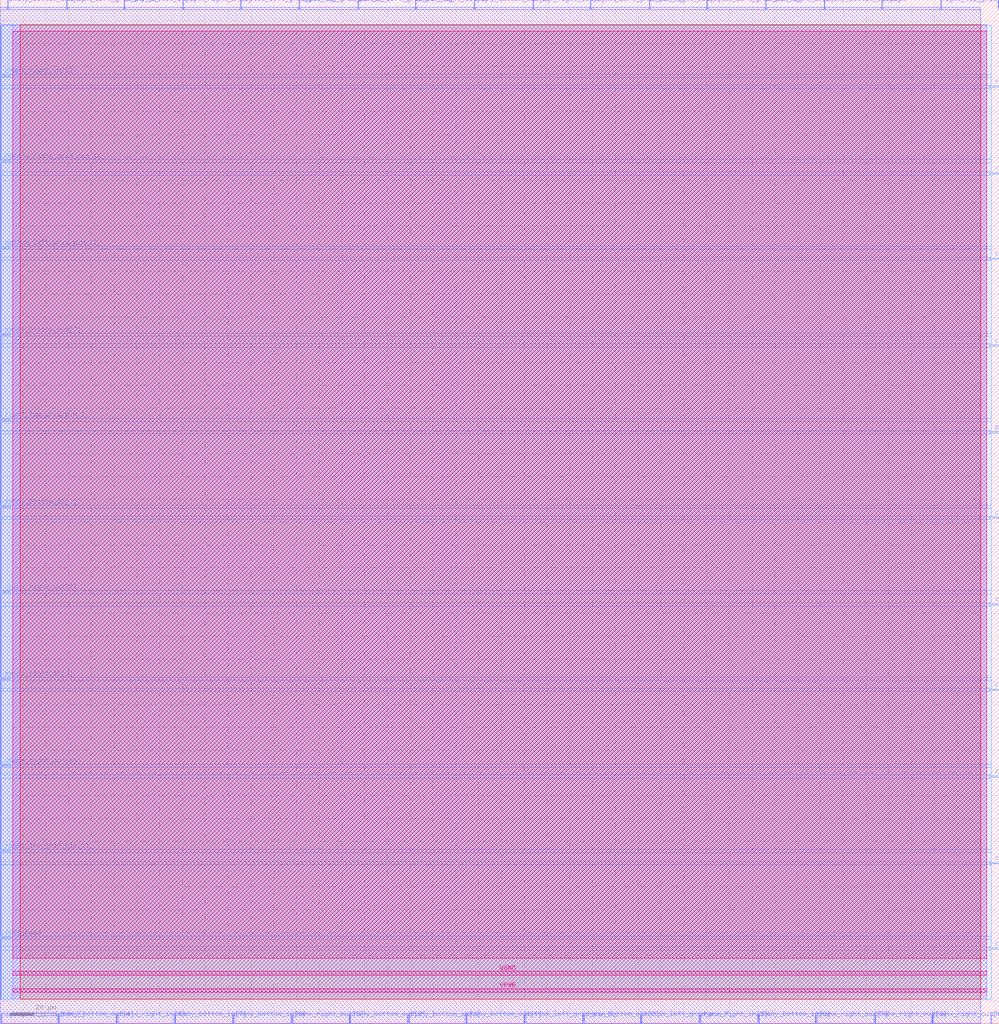
<source format=lef>
VERSION 5.7 ;
  NAMESCASESENSITIVE ON ;
  NOWIREEXTENSIONATPIN ON ;
  DIVIDERCHAR "/" ;
  BUSBITCHARS "[]" ;
UNITS
  DATABASE MICRONS 200 ;
END UNITS

MACRO sb_0__3_
  CLASS BLOCK ;
  FOREIGN sb_0__3_ ;
  ORIGIN 0.000 0.000 ;
  SIZE 438.445 BY 449.165 ;
  PIN bottom_left_grid_pin_11_
    DIRECTION INPUT ;
    PORT
      LAYER met3 ;
        RECT 0.000 340.040 4.000 340.640 ;
    END
  END bottom_left_grid_pin_11_
  PIN bottom_left_grid_pin_13_
    DIRECTION INPUT ;
    PORT
      LAYER met2 ;
        RECT 156.950 445.165 157.230 449.165 ;
    END
  END bottom_left_grid_pin_13_
  PIN bottom_left_grid_pin_15_
    DIRECTION INPUT ;
    PORT
      LAYER met2 ;
        RECT 105.430 445.165 105.710 449.165 ;
    END
  END bottom_left_grid_pin_15_
  PIN bottom_left_grid_pin_1_
    DIRECTION INPUT ;
    PORT
      LAYER met2 ;
        RECT 29.070 445.165 29.350 449.165 ;
    END
  END bottom_left_grid_pin_1_
  PIN bottom_left_grid_pin_3_
    DIRECTION INPUT ;
    PORT
      LAYER met2 ;
        RECT 310.130 445.165 310.410 449.165 ;
    END
  END bottom_left_grid_pin_3_
  PIN bottom_left_grid_pin_5_
    DIRECTION INPUT ;
    PORT
      LAYER met2 ;
        RECT 230.090 0.000 230.370 4.000 ;
    END
  END bottom_left_grid_pin_5_
  PIN bottom_left_grid_pin_7_
    DIRECTION INPUT ;
    PORT
      LAYER met2 ;
        RECT 281.150 0.000 281.430 4.000 ;
    END
  END bottom_left_grid_pin_7_
  PIN bottom_left_grid_pin_9_
    DIRECTION INPUT ;
    PORT
      LAYER met2 ;
        RECT 259.070 445.165 259.350 449.165 ;
    END
  END bottom_left_grid_pin_9_
  PIN bottom_right_grid_pin_11_
    DIRECTION INPUT ;
    PORT
      LAYER met3 ;
        RECT 0.000 378.120 4.000 378.720 ;
    END
  END bottom_right_grid_pin_11_
  PIN ccff_head
    DIRECTION INPUT ;
    PORT
      LAYER met3 ;
        RECT 0.000 37.440 4.000 38.040 ;
    END
  END ccff_head
  PIN ccff_tail
    DIRECTION OUTPUT TRISTATE ;
    PORT
      LAYER met3 ;
        RECT 434.445 183.640 438.445 184.240 ;
    END
  END ccff_tail
  PIN chanx_right_in[0]
    DIRECTION INPUT ;
    PORT
      LAYER met2 ;
        RECT 80.130 445.165 80.410 449.165 ;
    END
  END chanx_right_in[0]
  PIN chanx_right_in[1]
    DIRECTION INPUT ;
    PORT
      LAYER met2 ;
        RECT 306.910 0.000 307.190 4.000 ;
    END
  END chanx_right_in[1]
  PIN chanx_right_in[2]
    DIRECTION INPUT ;
    PORT
      LAYER met3 ;
        RECT 0.000 151.000 4.000 151.600 ;
    END
  END chanx_right_in[2]
  PIN chanx_right_in[3]
    DIRECTION INPUT ;
    PORT
      LAYER met2 ;
        RECT 335.890 445.165 336.170 449.165 ;
    END
  END chanx_right_in[3]
  PIN chanx_right_in[4]
    DIRECTION INPUT ;
    PORT
      LAYER met2 ;
        RECT 51.150 0.000 51.430 4.000 ;
    END
  END chanx_right_in[4]
  PIN chanx_right_in[5]
    DIRECTION INPUT ;
    PORT
      LAYER met2 ;
        RECT 434.790 0.000 435.070 4.000 ;
    END
  END chanx_right_in[5]
  PIN chanx_right_in[6]
    DIRECTION INPUT ;
    PORT
      LAYER met3 ;
        RECT 0.000 415.520 4.000 416.120 ;
    END
  END chanx_right_in[6]
  PIN chanx_right_in[7]
    DIRECTION INPUT ;
    PORT
      LAYER met3 ;
        RECT 434.445 70.080 438.445 70.680 ;
    END
  END chanx_right_in[7]
  PIN chanx_right_in[8]
    DIRECTION INPUT ;
    PORT
      LAYER met3 ;
        RECT 434.445 297.200 438.445 297.800 ;
    END
  END chanx_right_in[8]
  PIN chanx_right_out[0]
    DIRECTION OUTPUT TRISTATE ;
    PORT
      LAYER met2 ;
        RECT 409.030 0.000 409.310 4.000 ;
    END
  END chanx_right_out[0]
  PIN chanx_right_out[1]
    DIRECTION OUTPUT TRISTATE ;
    PORT
      LAYER met2 ;
        RECT 182.250 445.165 182.530 449.165 ;
    END
  END chanx_right_out[1]
  PIN chanx_right_out[2]
    DIRECTION OUTPUT TRISTATE ;
    PORT
      LAYER met3 ;
        RECT 0.000 189.080 4.000 189.680 ;
    END
  END chanx_right_out[2]
  PIN chanx_right_out[3]
    DIRECTION OUTPUT TRISTATE ;
    PORT
      LAYER met2 ;
        RECT 383.730 0.000 384.010 4.000 ;
    END
  END chanx_right_out[3]
  PIN chanx_right_out[4]
    DIRECTION OUTPUT TRISTATE ;
    PORT
      LAYER met2 ;
        RECT 284.830 445.165 285.110 449.165 ;
    END
  END chanx_right_out[4]
  PIN chanx_right_out[5]
    DIRECTION OUTPUT TRISTATE ;
    PORT
      LAYER met2 ;
        RECT 127.970 0.000 128.250 4.000 ;
    END
  END chanx_right_out[5]
  PIN chanx_right_out[6]
    DIRECTION OUTPUT TRISTATE ;
    PORT
      LAYER met2 ;
        RECT 233.770 445.165 234.050 449.165 ;
    END
  END chanx_right_out[6]
  PIN chanx_right_out[7]
    DIRECTION OUTPUT TRISTATE ;
    PORT
      LAYER met2 ;
        RECT 357.970 0.000 358.250 4.000 ;
    END
  END chanx_right_out[7]
  PIN chanx_right_out[8]
    DIRECTION OUTPUT TRISTATE ;
    PORT
      LAYER met3 ;
        RECT 0.000 112.920 4.000 113.520 ;
    END
  END chanx_right_out[8]
  PIN chany_bottom_in[0]
    DIRECTION INPUT ;
    PORT
      LAYER met2 ;
        RECT 54.370 445.165 54.650 449.165 ;
    END
  END chany_bottom_in[0]
  PIN chany_bottom_in[1]
    DIRECTION INPUT ;
    PORT
      LAYER met2 ;
        RECT 179.030 0.000 179.310 4.000 ;
    END
  END chany_bottom_in[1]
  PIN chany_bottom_in[2]
    DIRECTION INPUT ;
    PORT
      LAYER met3 ;
        RECT 434.445 221.720 438.445 222.320 ;
    END
  END chany_bottom_in[2]
  PIN chany_bottom_in[3]
    DIRECTION INPUT ;
    PORT
      LAYER met3 ;
        RECT 0.000 226.480 4.000 227.080 ;
    END
  END chany_bottom_in[3]
  PIN chany_bottom_in[4]
    DIRECTION INPUT ;
    PORT
      LAYER met3 ;
        RECT 434.445 335.280 438.445 335.880 ;
    END
  END chany_bottom_in[4]
  PIN chany_bottom_in[5]
    DIRECTION INPUT ;
    PORT
      LAYER met3 ;
        RECT 434.445 32.680 438.445 33.280 ;
    END
  END chany_bottom_in[5]
  PIN chany_bottom_in[6]
    DIRECTION INPUT ;
    PORT
      LAYER met2 ;
        RECT 102.210 0.000 102.490 4.000 ;
    END
  END chany_bottom_in[6]
  PIN chany_bottom_in[7]
    DIRECTION INPUT ;
    PORT
      LAYER met2 ;
        RECT 76.450 0.000 76.730 4.000 ;
    END
  END chany_bottom_in[7]
  PIN chany_bottom_in[8]
    DIRECTION INPUT ;
    PORT
      LAYER met2 ;
        RECT 332.670 0.000 332.950 4.000 ;
    END
  END chany_bottom_in[8]
  PIN chany_bottom_out[0]
    DIRECTION OUTPUT TRISTATE ;
    PORT
      LAYER met2 ;
        RECT 255.850 0.000 256.130 4.000 ;
    END
  END chany_bottom_out[0]
  PIN chany_bottom_out[1]
    DIRECTION OUTPUT TRISTATE ;
    PORT
      LAYER met2 ;
        RECT 204.330 0.000 204.610 4.000 ;
    END
  END chany_bottom_out[1]
  PIN chany_bottom_out[2]
    DIRECTION OUTPUT TRISTATE ;
    PORT
      LAYER met2 ;
        RECT 153.270 0.000 153.550 4.000 ;
    END
  END chany_bottom_out[2]
  PIN chany_bottom_out[3]
    DIRECTION OUTPUT TRISTATE ;
    PORT
      LAYER met2 ;
        RECT 3.310 445.165 3.590 449.165 ;
    END
  END chany_bottom_out[3]
  PIN chany_bottom_out[4]
    DIRECTION OUTPUT TRISTATE ;
    PORT
      LAYER met2 ;
        RECT 25.390 0.000 25.670 4.000 ;
    END
  END chany_bottom_out[4]
  PIN chany_bottom_out[5]
    DIRECTION OUTPUT TRISTATE ;
    PORT
      LAYER met2 ;
        RECT 361.650 445.165 361.930 449.165 ;
    END
  END chany_bottom_out[5]
  PIN chany_bottom_out[6]
    DIRECTION OUTPUT TRISTATE ;
    PORT
      LAYER met3 ;
        RECT 434.445 146.240 438.445 146.840 ;
    END
  END chany_bottom_out[6]
  PIN chany_bottom_out[7]
    DIRECTION OUTPUT TRISTATE ;
    PORT
      LAYER met3 ;
        RECT 0.000 301.960 4.000 302.560 ;
    END
  END chany_bottom_out[7]
  PIN chany_bottom_out[8]
    DIRECTION OUTPUT TRISTATE ;
    PORT
      LAYER met2 ;
        RECT 208.010 445.165 208.290 449.165 ;
    END
  END chany_bottom_out[8]
  PIN pReset
    DIRECTION INPUT ;
    PORT
      LAYER met2 ;
        RECT 386.950 445.165 387.230 449.165 ;
    END
  END pReset
  PIN prog_clk
    DIRECTION INPUT ;
    PORT
      LAYER met3 ;
        RECT 434.445 259.120 438.445 259.720 ;
    END
  END prog_clk
  PIN right_bottom_grid_pin_12_
    DIRECTION INPUT ;
    PORT
      LAYER met3 ;
        RECT 434.445 108.160 438.445 108.760 ;
    END
  END right_bottom_grid_pin_12_
  PIN right_top_grid_pin_11_
    DIRECTION INPUT ;
    PORT
      LAYER met3 ;
        RECT 0.000 75.520 4.000 76.120 ;
    END
  END right_top_grid_pin_11_
  PIN right_top_grid_pin_13_
    DIRECTION INPUT ;
    PORT
      LAYER met2 ;
        RECT 412.710 445.165 412.990 449.165 ;
    END
  END right_top_grid_pin_13_
  PIN right_top_grid_pin_15_
    DIRECTION INPUT ;
    PORT
      LAYER met2 ;
        RECT 438.010 445.165 438.290 449.165 ;
    END
  END right_top_grid_pin_15_
  PIN right_top_grid_pin_1_
    DIRECTION INPUT ;
    PORT
      LAYER met3 ;
        RECT 0.000 264.560 4.000 265.160 ;
    END
  END right_top_grid_pin_1_
  PIN right_top_grid_pin_3_
    DIRECTION INPUT ;
    PORT
      LAYER met2 ;
        RECT 131.190 445.165 131.470 449.165 ;
    END
  END right_top_grid_pin_3_
  PIN right_top_grid_pin_5_
    DIRECTION INPUT ;
    PORT
      LAYER met3 ;
        RECT 434.445 410.760 438.445 411.360 ;
    END
  END right_top_grid_pin_5_
  PIN right_top_grid_pin_7_
    DIRECTION INPUT ;
    PORT
      LAYER met2 ;
        RECT 0.090 0.000 0.370 4.000 ;
    END
  END right_top_grid_pin_7_
  PIN right_top_grid_pin_9_
    DIRECTION INPUT ;
    PORT
      LAYER met3 ;
        RECT 434.445 372.680 438.445 373.280 ;
    END
  END right_top_grid_pin_9_
  PIN VPWR
    DIRECTION INPUT ;
    USE POWER ;
    PORT
      LAYER met5 ;
        RECT 5.520 13.840 432.860 15.440 ;
    END
  END VPWR
  PIN VGND
    DIRECTION INPUT ;
    USE GROUND ;
    PORT
      LAYER met5 ;
        RECT 5.520 21.340 432.860 22.940 ;
    END
  END VGND
  OBS
      LAYER li1 ;
        RECT 5.520 10.795 432.860 438.005 ;
      LAYER met1 ;
        RECT 0.530 10.640 432.860 438.160 ;
      LAYER met2 ;
        RECT 0.090 444.885 3.030 445.810 ;
        RECT 3.870 444.885 28.790 445.810 ;
        RECT 29.630 444.885 54.090 445.810 ;
        RECT 54.930 444.885 79.850 445.810 ;
        RECT 80.690 444.885 105.150 445.810 ;
        RECT 105.990 444.885 130.910 445.810 ;
        RECT 131.750 444.885 156.670 445.810 ;
        RECT 157.510 444.885 181.970 445.810 ;
        RECT 182.810 444.885 207.730 445.810 ;
        RECT 208.570 444.885 233.490 445.810 ;
        RECT 234.330 444.885 258.790 445.810 ;
        RECT 259.630 444.885 284.550 445.810 ;
        RECT 285.390 444.885 309.850 445.810 ;
        RECT 310.690 444.885 335.610 445.810 ;
        RECT 336.450 444.885 361.370 445.810 ;
        RECT 362.210 444.885 386.670 445.810 ;
        RECT 387.510 444.885 412.430 445.810 ;
        RECT 413.270 444.885 430.260 445.810 ;
        RECT 0.090 4.280 430.260 444.885 ;
        RECT 0.650 0.270 25.110 4.280 ;
        RECT 25.950 0.270 50.870 4.280 ;
        RECT 51.710 0.270 76.170 4.280 ;
        RECT 77.010 0.270 101.930 4.280 ;
        RECT 102.770 0.270 127.690 4.280 ;
        RECT 128.530 0.270 152.990 4.280 ;
        RECT 153.830 0.270 178.750 4.280 ;
        RECT 179.590 0.270 204.050 4.280 ;
        RECT 204.890 0.270 229.810 4.280 ;
        RECT 230.650 0.270 255.570 4.280 ;
        RECT 256.410 0.270 280.870 4.280 ;
        RECT 281.710 0.270 306.630 4.280 ;
        RECT 307.470 0.270 332.390 4.280 ;
        RECT 333.230 0.270 357.690 4.280 ;
        RECT 358.530 0.270 383.450 4.280 ;
        RECT 384.290 0.270 408.750 4.280 ;
        RECT 409.590 0.270 430.260 4.280 ;
      LAYER met3 ;
        RECT 0.310 416.520 434.850 438.085 ;
        RECT 4.400 415.120 434.850 416.520 ;
        RECT 0.310 411.760 434.850 415.120 ;
        RECT 0.310 410.360 434.045 411.760 ;
        RECT 0.310 379.120 434.850 410.360 ;
        RECT 4.400 377.720 434.850 379.120 ;
        RECT 0.310 373.680 434.850 377.720 ;
        RECT 0.310 372.280 434.045 373.680 ;
        RECT 0.310 341.040 434.850 372.280 ;
        RECT 4.400 339.640 434.850 341.040 ;
        RECT 0.310 336.280 434.850 339.640 ;
        RECT 0.310 334.880 434.045 336.280 ;
        RECT 0.310 302.960 434.850 334.880 ;
        RECT 4.400 301.560 434.850 302.960 ;
        RECT 0.310 298.200 434.850 301.560 ;
        RECT 0.310 296.800 434.045 298.200 ;
        RECT 0.310 265.560 434.850 296.800 ;
        RECT 4.400 264.160 434.850 265.560 ;
        RECT 0.310 260.120 434.850 264.160 ;
        RECT 0.310 258.720 434.045 260.120 ;
        RECT 0.310 227.480 434.850 258.720 ;
        RECT 4.400 226.080 434.850 227.480 ;
        RECT 0.310 222.720 434.850 226.080 ;
        RECT 0.310 221.320 434.045 222.720 ;
        RECT 0.310 190.080 434.850 221.320 ;
        RECT 4.400 188.680 434.850 190.080 ;
        RECT 0.310 184.640 434.850 188.680 ;
        RECT 0.310 183.240 434.045 184.640 ;
        RECT 0.310 152.000 434.850 183.240 ;
        RECT 4.400 150.600 434.850 152.000 ;
        RECT 0.310 147.240 434.850 150.600 ;
        RECT 0.310 145.840 434.045 147.240 ;
        RECT 0.310 113.920 434.850 145.840 ;
        RECT 4.400 112.520 434.850 113.920 ;
        RECT 0.310 109.160 434.850 112.520 ;
        RECT 0.310 107.760 434.045 109.160 ;
        RECT 0.310 76.520 434.850 107.760 ;
        RECT 4.400 75.120 434.850 76.520 ;
        RECT 0.310 71.080 434.850 75.120 ;
        RECT 0.310 69.680 434.045 71.080 ;
        RECT 0.310 38.440 434.850 69.680 ;
        RECT 4.400 37.040 434.850 38.440 ;
        RECT 0.310 33.680 434.850 37.040 ;
        RECT 0.310 32.280 434.045 33.680 ;
        RECT 0.310 10.715 434.850 32.280 ;
      LAYER met4 ;
        RECT 8.720 10.640 430.320 438.160 ;
      LAYER met5 ;
        RECT 5.520 28.840 432.860 435.440 ;
  END
END sb_0__3_
END LIBRARY


</source>
